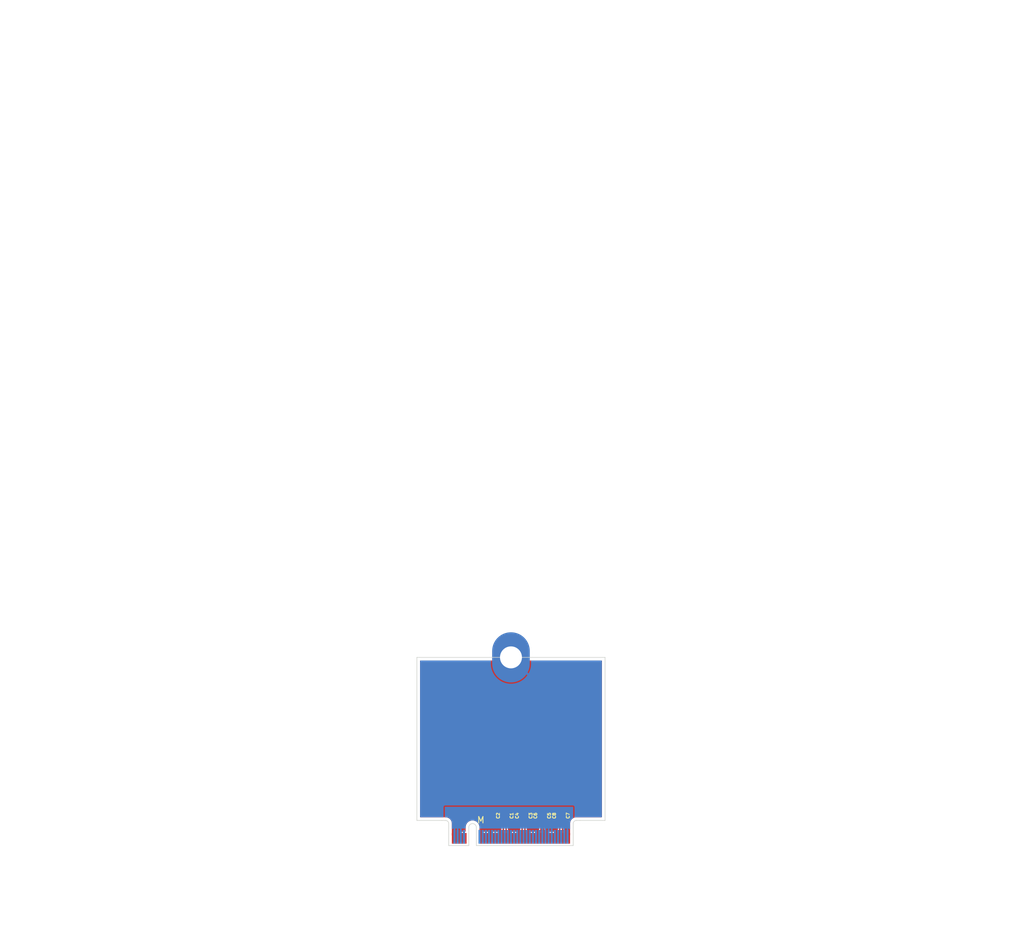
<source format=kicad_pcb>
(kicad_pcb (version 20241229) (generator "pcbnew") (generator_version "9.0")
  (layers (0 "F.Cu" signal) (2 "B.Cu" signal) (13 "F.Paste" user) (15 "B.Paste" user) (5 "F.SilkS" user "F.Silkscreen") (7 "B.SilkS" user "B.Silkscreen") (1 "F.Mask" user) (3 "B.Mask" user) (25 "Edge.Cuts" user))
  (net 0 "")
  (net 1 "/M.2 M Key/PET1P")
  (net 2 "/M.2 M Key/PET1N")
  (net 3 "/M.2 M Key/PET0P")
  (net 4 "/M.2 M Key/PET0N")
  (net 5 "/M.2 M Key/PET2N")
  (net 6 "/M.2 M Key/PET3N")
  (net 7 "/M.2 M Key/PET3P")
  (net 8 "/M.2 M Key/PET2P")
  (net 9 "/PET2+")
  (net 10 "/PET3+")
  (net 11 "/PET0-")
  (net 12 "/PET1-")
  (net 13 "/PET1+")
  (net 14 "/PET2-")
  (net 15 "/PET0+")
  (net 16 "/PET3-")
  (net 17 "GND")
  (net 18 "+3.3V")
  (net 21 "/LED1#")
  (net 22 "/PER3-")
  (net 23 "/PER3+")
  (net 26 "/PER2-")
  (net 28 "/PER2+")
  (net 34 "/PER1-")
  (net 36 "/PER1+")
  (net 37 "/DEVSLP")
  (net 42 "/PER0-")
  (net 44 "/PER0+")
  (net 45 "/PERST#")
  (net 46 "/CLKREQ#")
  (net 47 "/REFCLK-")
  (net 48 "/PEWAKE#")
  (net 49 "/REFCLK+")
  (net 53 "/SUSCLK")
  (net 54 "/PEDET")
  (footprint "Capacitor_SMD:C_0201_0603Metric" (layer "F.Cu") (at 111.855 150.54 90)
    (property "Reference" "C6" (at 0 -0.755 90) (layer "F.SilkS") (effects (font (size 0.5 0.5))))
    (property "Value" "220nF")
    (pad "1" smd roundrect (at -0.32 0 90) (size 0.46 0.4) (layers "F.Cu" "F.Mask") (net 8 "/M.2 M Key/PET2P"))
    (pad "2" smd roundrect (at 0.32 0 90) (size 0.46 0.4) (layers "F.Cu" "F.Mask") (net 9 "/PET2+"))
  )
  (footprint "Capacitor_SMD:C_0201_0603Metric" (layer "F.Cu") (at 106.555 150.54 90)
    (property "Reference" "C1" (at 0 0.765 90) (layer "F.SilkS") (effects (font (size 0.5 0.5))))
    (property "Value" "220nF")
    (pad "1" smd roundrect (at -0.32 0 90) (size 0.46 0.4) (layers "F.Cu" "F.Mask") (net 4 "/M.2 M Key/PET0N"))
    (pad "2" smd roundrect (at 0.32 0 90) (size 0.46 0.4) (layers "F.Cu" "F.Mask") (net 11 "/PET0-"))
  )
  (footprint "Capacitor_SMD:C_0201_0603Metric" (layer "F.Cu") (at 108.855 150.54 90)
    (property "Reference" "C4" (at 0 -0.675 90) (layer "F.SilkS") (effects (font (size 0.5 0.5))))
    (property "Value" "220nF")
    (pad "1" smd roundrect (at -0.32 0 90) (size 0.46 0.4) (layers "F.Cu" "F.Mask") (net 1 "/M.2 M Key/PET1P"))
    (pad "2" smd roundrect (at 0.32 0 90) (size 0.46 0.4) (layers "F.Cu" "F.Mask") (net 13 "/PET1+"))
  )
  (footprint "Capacitor_SMD:C_0201_0603Metric" (layer "F.Cu") (at 112.555 150.54 90)
    (property "Reference" "C5" (at 0 0.74 90) (layer "F.SilkS") (effects (font (size 0.5 0.5))))
    (property "Value" "220nF")
    (pad "1" smd roundrect (at -0.32 0 90) (size 0.46 0.4) (layers "F.Cu" "F.Mask") (net 5 "/M.2 M Key/PET2N"))
    (pad "2" smd roundrect (at 0.32 0 90) (size 0.46 0.4) (layers "F.Cu" "F.Mask") (net 14 "/PET2-"))
  )
  (footprint "Capacitor_SMD:C_0201_0603Metric" (layer "F.Cu") (at 115.555 150.54 90)
    (property "Reference" "C7" (at 0.005 0.735 90) (layer "F.SilkS") (effects (font (size 0.5 0.5))))
    (property "Value" "220nF")
    (pad "1" smd roundrect (at -0.32 0 90) (size 0.46 0.4) (layers "F.Cu" "F.Mask") (net 6 "/M.2 M Key/PET3N"))
    (pad "2" smd roundrect (at 0.32 0 90) (size 0.46 0.4) (layers "F.Cu" "F.Mask") (net 16 "/PET3-"))
  )
  (footprint "Capacitor_SMD:C_0201_0603Metric" (layer "F.Cu") (at 109.555 150.54 90)
    (property "Reference" "C3" (at 0 0.795 90) (layer "F.SilkS") (effects (font (size 0.5 0.5))))
    (property "Value" "220nF")
    (pad "1" smd roundrect (at -0.32 0 90) (size 0.46 0.4) (layers "F.Cu" "F.Mask") (net 2 "/M.2 M Key/PET1N"))
    (pad "2" smd roundrect (at 0.32 0 90) (size 0.46 0.4) (layers "F.Cu" "F.Mask") (net 12 "/PET1-"))
  )
  (footprint "Capacitor_SMD:C_0201_0603Metric" (layer "F.Cu") (at 114.855 150.54 90)
    (property "Reference" "C8" (at 0 -0.75 90) (layer "F.SilkS") (effects (font (size 0.5 0.5))))
    (property "Value" "220nF")
    (pad "1" smd roundrect (at -0.32 0 90) (size 0.46 0.4) (layers "F.Cu" "F.Mask") (net 7 "/M.2 M Key/PET3P"))
    (pad "2" smd roundrect (at 0.32 0 90) (size 0.46 0.4) (layers "F.Cu" "F.Mask") (net 10 "/PET3+"))
  )
  (footprint "Capacitor_SMD:C_0201_0603Metric" (layer "F.Cu") (at 105.855 150.54 90)
    (property "Reference" "C2" (at 0 -0.705 90) (layer "F.SilkS") (effects (font (size 0.5 0.5))))
    (property "Value" "220nF")
    (pad "1" smd roundrect (at -0.32 0 90) (size 0.46 0.4) (layers "F.Cu" "F.Mask") (net 3 "/M.2 M Key/PET0P"))
    (pad "2" smd roundrect (at 0.32 0 90) (size 0.46 0.4) (layers "F.Cu" "F.Mask") (net 15 "/PET0+"))
  )
  (footprint "PCIexpress:M.2 Mounting Pad" (layer "F.Cu") (at 107.205 125.3)
    (property "Reference" "H1")
    (property "Value" "MountingHole_Pad")
    (pad "1" thru_hole circle (at 0 0) (size 5.5 5.5) (drill 3.5) (property pad_prop_castellated) (layers "*.Cu" "*.Mask") (net 17 "GND") (padstack (mode front_inner_back) (layer "Inner" (shape circle) (size 5.5 5.5)) (layer "B.Cu" (shape oval) (size 6 8))))
  )
  (footprint "PCIexpress:M.2 M Key Connector" (layer "F.Cu") (at 107.205 154.19)
    (property "Reference" "J1")
    (property "Value" "~")
    (fp_line (start -11 -2.89) (end -10.425 -2.89) (stroke (width 0.1)) (layer "Edge.Cuts"))
    (fp_line (start -9.925 -2.39) (end -9.925 1.11) (stroke (width 0.1)) (layer "Edge.Cuts"))
    (fp_line (start -6.725 -1.79) (end -6.725 1.11) (stroke (width 0.1)) (layer "Edge.Cuts"))
    (fp_line (start -6.725 1.11) (end -9.925 1.11) (stroke (width 0.1)) (layer "Edge.Cuts"))
    (fp_line (start -5.525 -1.79) (end -5.525 1.11) (stroke (width 0.1)) (layer "Edge.Cuts"))
    (fp_line (start -5.525 1.11) (end 9.925 1.11) (stroke (width 0.1)) (layer "Edge.Cuts"))
    (fp_line (start 9.925 -2.39) (end 9.925 1.11) (stroke (width 0.1)) (layer "Edge.Cuts"))
    (fp_line (start 10.425 -2.89) (end 11 -2.89) (stroke (width 0.1)) (layer "Edge.Cuts"))
    (fp_arc (start -10.425 -2.89) (mid -10.071447 -2.743553) (end -9.925 -2.39) (stroke (width 0.1)) (layer "Edge.Cuts"))
    (fp_arc (start -6.725 -1.79) (mid -6.125 -2.39) (end -5.525 -1.79) (stroke (width 0.1)) (layer "Edge.Cuts"))
    (fp_arc (start 9.925 -2.39) (mid 10.071447 -2.743553) (end 10.425 -2.89) (stroke (width 0.1)) (layer "Edge.Cuts"))
    (fp_text user "M" (at -5.475 -2.375 0) (layer "F.SilkS") (effects (justify left bottom)))
    (pad "1" smd rect (at 9.25 -0.04 180) (size 0.35 1.7) (layers "F.Cu") (net 17 "GND"))
    (pad "2" smd rect (at 9 -0.29 180) (size 0.35 2.2) (layers "B.Cu") (net 18 "+3.3V"))
    (pad "3" smd rect (at 8.75 -0.04 180) (size 0.35 1.7) (layers "F.Cu") (net 17 "GND"))
    (pad "4" smd rect (at 8.5 -0.29 180) (size 0.35 2.2) (layers "B.Cu") (net 18 "+3.3V"))
    (pad "5" smd rect (at 8.25 -0.04 180) (size 0.35 1.7) (layers "F.Cu") (net 6 "/M.2 M Key/PET3N"))
    (pad "6" smd rect (at 8 -0.29 180) (size 0.35 2.2) (layers "B.Cu"))
    (pad "7" smd rect (at 7.75 -0.04 180) (size 0.35 1.7) (layers "F.Cu") (net 7 "/M.2 M Key/PET3P"))
    (pad "8" smd rect (at 7.5 -0.29 180) (size 0.35 2.2) (layers "B.Cu"))
    (pad "9" smd rect (at 7.25 -0.04 180) (size 0.35 1.7) (layers "F.Cu") (net 17 "GND"))
    (pad "10" smd rect (at 7 -0.29 180) (size 0.35 2.2) (layers "B.Cu") (net 21 "/LED1#"))
    (pad "11" smd rect (at 6.75 -0.04 180) (size 0.35 1.7) (layers "F.Cu") (net 22 "/PER3-"))
    (pad "12" smd rect (at 6.5 -0.29 180) (size 0.35 2.2) (layers "B.Cu") (net 18 "+3.3V"))
    (pad "13" smd rect (at 6.25 -0.04 180) (size 0.35 1.7) (layers "F.Cu") (net 23 "/PER3+"))
    (pad "14" smd rect (at 6 -0.29 180) (size 0.35 2.2) (layers "B.Cu") (net 18 "+3.3V"))
    (pad "15" smd rect (at 5.75 -0.04 180) (size 0.35 1.7) (layers "F.Cu") (net 17 "GND"))
    (pad "16" smd rect (at 5.5 -0.29 180) (size 0.35 2.2) (layers "B.Cu") (net 18 "+3.3V"))
    (pad "17" smd rect (at 5.25 -0.04 180) (size 0.35 1.7) (layers "F.Cu") (net 5 "/M.2 M Key/PET2N"))
    (pad "18" smd rect (at 5 -0.29 180) (size 0.35 2.2) (layers "B.Cu") (net 18 "+3.3V"))
    (pad "19" smd rect (at 4.75 -0.04 180) (size 0.35 1.7) (layers "F.Cu") (net 8 "/M.2 M Key/PET2P"))
    (pad "20" smd rect (at 4.5 -0.29 180) (size 0.35 2.2) (layers "B.Cu"))
    (pad "21" smd rect (at 4.25 -0.04 180) (size 0.35 1.7) (layers "F.Cu") (net 17 "GND"))
    (pad "22" smd rect (at 4 -0.29 180) (size 0.35 2.2) (layers "B.Cu"))
    (pad "23" smd rect (at 3.75 -0.04 180) (size 0.35 1.7) (layers "F.Cu") (net 26 "/PER2-"))
    (pad "24" smd rect (at 3.5 -0.29 180) (size 0.35 2.2) (layers "B.Cu"))
    (pad "25" smd rect (at 3.25 -0.04 180) (size 0.35 1.7) (layers "F.Cu") (net 28 "/PER2+"))
    (pad "26" smd rect (at 3 -0.29 180) (size 0.35 2.2) (layers "B.Cu"))
    (pad "27" smd rect (at 2.75 -0.04 180) (size 0.35 1.7) (layers "F.Cu") (net 17 "GND"))
    (pad "28" smd rect (at 2.5 -0.29 180) (size 0.35 2.2) (layers "B.Cu"))
    (pad "29" smd rect (at 2.25 -0.04 180) (size 0.35 1.7) (layers "F.Cu") (net 2 "/M.2 M Key/PET1N"))
    (pad "30" smd rect (at 2 -0.29 180) (size 0.35 2.2) (layers "B.Cu"))
    (pad "31" smd rect (at 1.75 -0.04 180) (size 0.35 1.7) (layers "F.Cu") (net 1 "/M.2 M Key/PET1P"))
    (pad "32" smd rect (at 1.5 -0.29 180) (size 0.35 2.2) (layers "B.Cu"))
    (pad "33" smd rect (at 1.25 -0.04 180) (size 0.35 1.7) (layers "F.Cu") (net 17 "GND"))
    (pad "34" smd rect (at 1 -0.29 180) (size 0.35 2.2) (layers "B.Cu"))
    (pad "35" smd rect (at 0.75 -0.04 180) (size 0.35 1.7) (layers "F.Cu") (net 34 "/PER1-"))
    (pad "36" smd rect (at 0.5 -0.29 180) (size 0.35 2.2) (layers "B.Cu"))
    (pad "37" smd rect (at 0.25 -0.04 180) (size 0.35 1.7) (layers "F.Cu") (net 36 "/PER1+"))
    (pad "38" smd rect (at 0 -0.29 180) (size 0.35 2.2) (layers "B.Cu") (net 37 "/DEVSLP"))
    (pad "39" smd rect (at -0.25 -0.04 180) (size 0.35 1.7) (layers "F.Cu") (net 17 "GND"))
    (pad "40" smd rect (at -0.5 -0.29 180) (size 0.35 2.2) (layers "B.Cu"))
    (pad "41" smd rect (at -0.75 -0.04 180) (size 0.35 1.7) (layers "F.Cu") (net 4 "/M.2 M Key/PET0N"))
    (pad "42" smd rect (at -1 -0.29 180) (size 0.35 2.2) (layers "B.Cu"))
    (pad "43" smd rect (at -1.25 -0.04 180) (size 0.35 1.7) (layers "F.Cu") (net 3 "/M.2 M Key/PET0P"))
    (pad "44" smd rect (at -1.5 -0.29 180) (size 0.35 2.2) (layers "B.Cu"))
    (pad "45" smd rect (at -1.75 -0.04 180) (size 0.35 1.7) (layers "F.Cu") (net 17 "GND"))
    (pad "46" smd rect (at -2 -0.29 180) (size 0.35 2.2) (layers "B.Cu"))
    (pad "47" smd rect (at -2.25 -0.04 180) (size 0.35 1.7) (layers "F.Cu") (net 42 "/PER0-"))
    (pad "48" smd rect (at -2.5 -0.29 180) (size 0.35 2.2) (layers "B.Cu"))
    (pad "49" smd rect (at -2.75 -0.04 180) (size 0.35 1.7) (layers "F.Cu") (net 44 "/PER0+"))
    (pad "50" smd rect (at -3 -0.29 180) (size 0.35 2.2) (layers "B.Cu") (net 45 "/PERST#"))
    (pad "51" smd rect (at -3.25 -0.04 180) (size 0.35 1.7) (layers "F.Cu") (net 17 "GND"))
    (pad "52" smd rect (at -3.5 -0.29 180) (size 0.35 2.2) (layers "B.Cu") (net 46 "/CLKREQ#"))
    (pad "53" smd rect (at -3.75 -0.04 180) (size 0.35 1.7) (layers "F.Cu") (net 47 "/REFCLK-"))
    (pad "54" smd rect (at -4 -0.29 180) (size 0.35 2.2) (layers "B.Cu") (net 48 "/PEWAKE#"))
    (pad "55" smd rect (at -4.25 -0.04 180) (size 0.35 1.7) (layers "F.Cu") (net 49 "/REFCLK+"))
    (pad "56" smd rect (at -4.5 -0.29 180) (size 0.35 2.2) (layers "B.Cu"))
    (pad "57" smd rect (at -4.75 -0.04 180) (size 0.35 1.7) (layers "F.Cu") (net 17 "GND"))
    (pad "58" smd rect (at -5 -0.29 180) (size 0.35 2.2) (layers "B.Cu"))
    (pad "67" smd rect (at -7.25 -0.04 180) (size 0.35 1.7) (layers "F.Cu"))
    (pad "68" smd rect (at -7.5 -0.29 180) (size 0.35 2.2) (layers "B.Cu") (net 53 "/SUSCLK"))
    (pad "69" smd rect (at -7.75 -0.04 180) (size 0.35 1.7) (layers "F.Cu") (net 54 "/PEDET"))
    (pad "70" smd rect (at -8 -0.29 180) (size 0.35 2.2) (layers "B.Cu") (net 18 "+3.3V"))
    (pad "71" smd rect (at -8.25 -0.04 180) (size 0.35 1.7) (layers "F.Cu") (net 17 "GND"))
    (pad "72" smd rect (at -8.5 -0.29 180) (size 0.35 2.2) (layers "B.Cu") (net 18 "+3.3V"))
    (pad "73" smd rect (at -8.75 -0.04 180) (size 0.35 1.7) (layers "F.Cu") (net 17 "GND"))
    (pad "74" smd rect (at -9 -0.29 180) (size 0.35 2.2) (layers "B.Cu") (net 18 "+3.3V"))
    (pad "75" smd rect (at -9.25 -0.04 180) (size 0.35 1.7) (layers "F.Cu") (net 17 "GND"))
  )
  (gr_line (start 122.205 125.3) (end 92.205 125.3) (stroke (width 0.1)) (layer "Edge.Cuts"))
  (gr_line (start 96.205 151.3) (end 92.205 151.3) (stroke (width 0.1)) (layer "Edge.Cuts"))
  (gr_line (start 92.205 125.3) (end 92.205 151.3) (stroke (width 0.1)) (layer "Edge.Cuts"))
  (gr_line (start 122.205 151.3) (end 122.205 125.3) (stroke (width 0.1)) (layer "Edge.Cuts"))
  (gr_line (start 122.205 151.3) (end 118.205 151.3) (stroke (width 0.1)) (layer "Edge.Cuts"))
  (segment (start 108.855 151.205001) (end 108.855 150.86) (width 0.2) (layer "F.Cu") (net 1))
  (segment (start 108.955 154.15) (end 108.955 152.874999) (width 0.2) (layer "F.Cu") (net 1))
  (segment (start 108.955 152.874999) (end 108.98 152.849999) (width 0.2) (layer "F.Cu") (net 1))
  (segment (start 108.98 152.849999) (end 108.98 151.330001) (width 0.2) (layer "F.Cu") (net 1))
  (segment (start 108.98 151.330001) (end 108.855 151.205001) (width 0.2) (layer "F.Cu") (net 1))
  (segment (start 109.555 151.205001) (end 109.555 150.86) (width 0.2) (layer "F.Cu") (net 2))
  (segment (start 109.455 154.15) (end 109.455 152.874999) (width 0.2) (layer "F.Cu") (net 2))
  (segment (start 109.43 152.849999) (end 109.43 151.330001) (width 0.2) (layer "F.Cu") (net 2))
  (segment (start 109.43 151.330001) (end 109.555 151.205001) (width 0.2) (layer "F.Cu") (net 2))
  (segment (start 109.455 152.874999) (end 109.43 152.849999) (width 0.2) (layer "F.Cu") (net 2))
  (segment (start 105.98 152.849999) (end 105.98 151.330001) (width 0.2) (layer "F.Cu") (net 3))
  (segment (start 105.955 154.15) (end 105.955 152.874999) (width 0.2) (layer "F.Cu") (net 3))
  (segment (start 105.955 152.874999) (end 105.98 152.849999) (width 0.2) (layer "F.Cu") (net 3))
  (segment (start 105.98 151.330001) (end 105.855 151.205001) (width 0.2) (layer "F.Cu") (net 3))
  (segment (start 105.855 151.205001) (end 105.855 150.86) (width 0.2) (layer "F.Cu") (net 3))
  (segment (start 106.43 152.849999) (end 106.43 151.330001) (width 0.2) (layer "F.Cu") (net 4))
  (segment (start 106.455 154.15) (end 106.455 152.874999) (width 0.2) (layer "F.Cu") (net 4))
  (segment (start 106.43 151.330001) (end 106.555 151.205001) (width 0.2) (layer "F.Cu") (net 4))
  (segment (start 106.555 151.205001) (end 106.555 150.86) (width 0.2) (layer "F.Cu") (net 4))
  (segment (start 106.455 152.874999) (end 106.43 152.849999) (width 0.2) (layer "F.Cu") (net 4))
  (segment (start 112.555 151.205001) (end 112.555 150.86) (width 0.2) (layer "F.Cu") (net 5))
  (segment (start 112.43 151.330001) (end 112.555 151.205001) (width 0.2) (layer "F.Cu") (net 5))
  (segment (start 112.43 152.849999) (end 112.43 151.330001) (width 0.2) (layer "F.Cu") (net 5))
  (segment (start 112.455 152.874999) (end 112.43 152.849999) (width 0.2) (layer "F.Cu") (net 5))
  (segment (start 112.455 154.15) (end 112.455 152.874999) (width 0.2) (layer "F.Cu") (net 5))
  (segment (start 115.43 152.849999) (end 115.43 151.330001) (width 0.2) (layer "F.Cu") (net 6))
  (segment (start 115.455 152.874999) (end 115.43 152.849999) (width 0.2) (layer "F.Cu") (net 6))
  (segment (start 115.43 151.330001) (end 115.555 151.205001) (width 0.2) (layer "F.Cu") (net 6))
  (segment (start 115.555 151.205001) (end 115.555 150.86) (width 0.2) (layer "F.Cu") (net 6))
  (segment (start 115.455 154.15) (end 115.455 152.874999) (width 0.2) (layer "F.Cu") (net 6))
  (segment (start 114.98 151.330001) (end 114.855 151.205001) (width 0.2) (layer "F.Cu") (net 7))
  (segment (start 114.955 154.15) (end 114.955 152.874999) (width 0.2) (layer "F.Cu") (net 7))
  (segment (start 114.98 152.849999) (end 114.98 151.330001) (width 0.2) (layer "F.Cu") (net 7))
  (segment (start 114.855 151.205001) (end 114.855 150.86) (width 0.2) (layer "F.Cu") (net 7))
  (segment (start 114.955 152.874999) (end 114.98 152.849999) (width 0.2) (layer "F.Cu") (net 7))
  (segment (start 111.955 152.874999) (end 111.98 152.849999) (width 0.2) (layer "F.Cu") (net 8))
  (segment (start 111.955 154.15) (end 111.955 152.874999) (width 0.2) (layer "F.Cu") (net 8))
  (segment (start 111.98 152.849999) (end 111.98 151.330001) (width 0.2) (layer "F.Cu") (net 8))
  (segment (start 111.98 151.330001) (end 111.855 151.205001) (width 0.2) (layer "F.Cu") (net 8))
  (segment (start 111.855 151.205001) (end 111.855 150.86) (width 0.2) (layer "F.Cu") (net 8))
  (zone (net 17) (net_name "GND") (layers "F.Cu" "B.Cu") (connect_pads (clearance 0.2)) (min_thickness 0.15) (fill yes (thermal_gap 0.2) (thermal_bridge_width 0.35))
    (polygon (pts (xy 92.205 153.71) (xy 92.205 125.3) (xy 122.205 125.3) (xy 122.205 153.63)))
  )
  (zone (net 18) (net_name "+3.3V") (layer "B.Cu") (priority 1) (connect_pads (clearance 0.2)) (min_thickness 0.1) (fill yes (thermal_gap 0.2) (thermal_bridge_width 0.25))
    (polygon (pts (xy 117.13 153.495) (xy 117.13 149.13) (xy 117.115 149.115) (xy 96.66 149.115) (xy 96.66 153.745) (xy 116.88 153.745)))
  )
)
</source>
